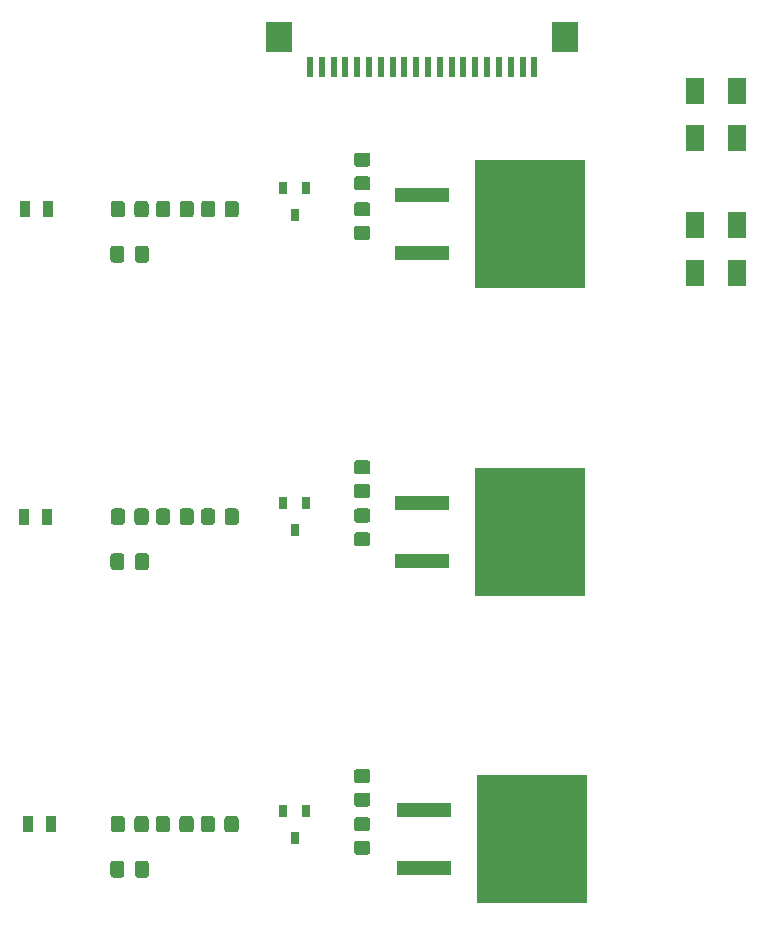
<source format=gbr>
%TF.GenerationSoftware,KiCad,Pcbnew,(5.1.9)-1*%
%TF.CreationDate,2021-01-06T12:08:29+00:00*%
%TF.ProjectId,switcherv0,73776974-6368-4657-9276-302e6b696361,rev?*%
%TF.SameCoordinates,Original*%
%TF.FileFunction,Paste,Top*%
%TF.FilePolarity,Positive*%
%FSLAX46Y46*%
G04 Gerber Fmt 4.6, Leading zero omitted, Abs format (unit mm)*
G04 Created by KiCad (PCBNEW (5.1.9)-1) date 2021-01-06 12:08:29*
%MOMM*%
%LPD*%
G01*
G04 APERTURE LIST*
%ADD10R,2.200000X2.500000*%
%ADD11R,0.600000X1.800000*%
%ADD12R,0.900000X1.400000*%
%ADD13R,4.600000X1.200000*%
%ADD14R,9.400000X10.800000*%
%ADD15R,0.650000X1.100000*%
%ADD16R,1.600000X2.250000*%
G04 APERTURE END LIST*
D10*
%TO.C,J0*%
X93212500Y-93495000D03*
X117412500Y-93495000D03*
D11*
X95812500Y-96035000D03*
X96812500Y-96035000D03*
X97812500Y-96035000D03*
X98812500Y-96035000D03*
X99812500Y-96035000D03*
X100812500Y-96035000D03*
X101812500Y-96035000D03*
X102812500Y-96035000D03*
X103812500Y-96035000D03*
X104812500Y-96035000D03*
X105812500Y-96035000D03*
X106812500Y-96035000D03*
X107812500Y-96035000D03*
X108812500Y-96035000D03*
X109812500Y-96035000D03*
X110812500Y-96035000D03*
X111812500Y-96035000D03*
X112812500Y-96035000D03*
X113812500Y-96035000D03*
X114812500Y-96035000D03*
%TD*%
D12*
%TO.C,LED2*%
X73657500Y-108100000D03*
X71657500Y-108100000D03*
%TD*%
%TO.C,LED1*%
X73562500Y-134135000D03*
X71562500Y-134135000D03*
%TD*%
%TO.C,LED0*%
X73927500Y-160170000D03*
X71927500Y-160170000D03*
%TD*%
D13*
%TO.C,Q2*%
X105312500Y-111835000D03*
D14*
X114462500Y-109370000D03*
D13*
X105312500Y-106905000D03*
%TD*%
%TO.C,Q1*%
X105312500Y-137870000D03*
D14*
X114462500Y-135405000D03*
D13*
X105312500Y-132940000D03*
%TD*%
%TO.C,Q0*%
X105439500Y-163905000D03*
D14*
X114589500Y-161440000D03*
D13*
X105439500Y-158975000D03*
%TD*%
%TO.C,R14*%
G36*
G01*
X100682501Y-104509000D02*
X99782499Y-104509000D01*
G75*
G02*
X99532500Y-104259001I0J249999D01*
G01*
X99532500Y-103558999D01*
G75*
G02*
X99782499Y-103309000I249999J0D01*
G01*
X100682501Y-103309000D01*
G75*
G02*
X100932500Y-103558999I0J-249999D01*
G01*
X100932500Y-104259001D01*
G75*
G02*
X100682501Y-104509000I-249999J0D01*
G01*
G37*
G36*
G01*
X100682501Y-106509000D02*
X99782499Y-106509000D01*
G75*
G02*
X99532500Y-106259001I0J249999D01*
G01*
X99532500Y-105558999D01*
G75*
G02*
X99782499Y-105309000I249999J0D01*
G01*
X100682501Y-105309000D01*
G75*
G02*
X100932500Y-105558999I0J-249999D01*
G01*
X100932500Y-106259001D01*
G75*
G02*
X100682501Y-106509000I-249999J0D01*
G01*
G37*
%TD*%
%TO.C,R13*%
G36*
G01*
X100682501Y-108716000D02*
X99782499Y-108716000D01*
G75*
G02*
X99532500Y-108466001I0J249999D01*
G01*
X99532500Y-107765999D01*
G75*
G02*
X99782499Y-107516000I249999J0D01*
G01*
X100682501Y-107516000D01*
G75*
G02*
X100932500Y-107765999I0J-249999D01*
G01*
X100932500Y-108466001D01*
G75*
G02*
X100682501Y-108716000I-249999J0D01*
G01*
G37*
G36*
G01*
X100682501Y-110716000D02*
X99782499Y-110716000D01*
G75*
G02*
X99532500Y-110466001I0J249999D01*
G01*
X99532500Y-109765999D01*
G75*
G02*
X99782499Y-109516000I249999J0D01*
G01*
X100682501Y-109516000D01*
G75*
G02*
X100932500Y-109765999I0J-249999D01*
G01*
X100932500Y-110466001D01*
G75*
G02*
X100682501Y-110716000I-249999J0D01*
G01*
G37*
%TD*%
%TO.C,R12*%
G36*
G01*
X100682501Y-130560000D02*
X99782499Y-130560000D01*
G75*
G02*
X99532500Y-130310001I0J249999D01*
G01*
X99532500Y-129609999D01*
G75*
G02*
X99782499Y-129360000I249999J0D01*
G01*
X100682501Y-129360000D01*
G75*
G02*
X100932500Y-129609999I0J-249999D01*
G01*
X100932500Y-130310001D01*
G75*
G02*
X100682501Y-130560000I-249999J0D01*
G01*
G37*
G36*
G01*
X100682501Y-132560000D02*
X99782499Y-132560000D01*
G75*
G02*
X99532500Y-132310001I0J249999D01*
G01*
X99532500Y-131609999D01*
G75*
G02*
X99782499Y-131360000I249999J0D01*
G01*
X100682501Y-131360000D01*
G75*
G02*
X100932500Y-131609999I0J-249999D01*
G01*
X100932500Y-132310001D01*
G75*
G02*
X100682501Y-132560000I-249999J0D01*
G01*
G37*
%TD*%
%TO.C,R11*%
G36*
G01*
X100682501Y-134640000D02*
X99782499Y-134640000D01*
G75*
G02*
X99532500Y-134390001I0J249999D01*
G01*
X99532500Y-133689999D01*
G75*
G02*
X99782499Y-133440000I249999J0D01*
G01*
X100682501Y-133440000D01*
G75*
G02*
X100932500Y-133689999I0J-249999D01*
G01*
X100932500Y-134390001D01*
G75*
G02*
X100682501Y-134640000I-249999J0D01*
G01*
G37*
G36*
G01*
X100682501Y-136640000D02*
X99782499Y-136640000D01*
G75*
G02*
X99532500Y-136390001I0J249999D01*
G01*
X99532500Y-135689999D01*
G75*
G02*
X99782499Y-135440000I249999J0D01*
G01*
X100682501Y-135440000D01*
G75*
G02*
X100932500Y-135689999I0J-249999D01*
G01*
X100932500Y-136390001D01*
G75*
G02*
X100682501Y-136640000I-249999J0D01*
G01*
G37*
%TD*%
%TO.C,R10*%
G36*
G01*
X100682501Y-156698500D02*
X99782499Y-156698500D01*
G75*
G02*
X99532500Y-156448501I0J249999D01*
G01*
X99532500Y-155748499D01*
G75*
G02*
X99782499Y-155498500I249999J0D01*
G01*
X100682501Y-155498500D01*
G75*
G02*
X100932500Y-155748499I0J-249999D01*
G01*
X100932500Y-156448501D01*
G75*
G02*
X100682501Y-156698500I-249999J0D01*
G01*
G37*
G36*
G01*
X100682501Y-158698500D02*
X99782499Y-158698500D01*
G75*
G02*
X99532500Y-158448501I0J249999D01*
G01*
X99532500Y-157748499D01*
G75*
G02*
X99782499Y-157498500I249999J0D01*
G01*
X100682501Y-157498500D01*
G75*
G02*
X100932500Y-157748499I0J-249999D01*
G01*
X100932500Y-158448501D01*
G75*
G02*
X100682501Y-158698500I-249999J0D01*
G01*
G37*
%TD*%
%TO.C,R9*%
G36*
G01*
X100682501Y-160770000D02*
X99782499Y-160770000D01*
G75*
G02*
X99532500Y-160520001I0J249999D01*
G01*
X99532500Y-159819999D01*
G75*
G02*
X99782499Y-159570000I249999J0D01*
G01*
X100682501Y-159570000D01*
G75*
G02*
X100932500Y-159819999I0J-249999D01*
G01*
X100932500Y-160520001D01*
G75*
G02*
X100682501Y-160770000I-249999J0D01*
G01*
G37*
G36*
G01*
X100682501Y-162770000D02*
X99782499Y-162770000D01*
G75*
G02*
X99532500Y-162520001I0J249999D01*
G01*
X99532500Y-161819999D01*
G75*
G02*
X99782499Y-161570000I249999J0D01*
G01*
X100682501Y-161570000D01*
G75*
G02*
X100932500Y-161819999I0J-249999D01*
G01*
X100932500Y-162520001D01*
G75*
G02*
X100682501Y-162770000I-249999J0D01*
G01*
G37*
%TD*%
%TO.C,R8*%
G36*
G01*
X83973500Y-107649999D02*
X83973500Y-108550001D01*
G75*
G02*
X83723501Y-108800000I-249999J0D01*
G01*
X83023499Y-108800000D01*
G75*
G02*
X82773500Y-108550001I0J249999D01*
G01*
X82773500Y-107649999D01*
G75*
G02*
X83023499Y-107400000I249999J0D01*
G01*
X83723501Y-107400000D01*
G75*
G02*
X83973500Y-107649999I0J-249999D01*
G01*
G37*
G36*
G01*
X85973500Y-107649999D02*
X85973500Y-108550001D01*
G75*
G02*
X85723501Y-108800000I-249999J0D01*
G01*
X85023499Y-108800000D01*
G75*
G02*
X84773500Y-108550001I0J249999D01*
G01*
X84773500Y-107649999D01*
G75*
G02*
X85023499Y-107400000I249999J0D01*
G01*
X85723501Y-107400000D01*
G75*
G02*
X85973500Y-107649999I0J-249999D01*
G01*
G37*
%TD*%
%TO.C,R7*%
G36*
G01*
X87783500Y-107649999D02*
X87783500Y-108550001D01*
G75*
G02*
X87533501Y-108800000I-249999J0D01*
G01*
X86833499Y-108800000D01*
G75*
G02*
X86583500Y-108550001I0J249999D01*
G01*
X86583500Y-107649999D01*
G75*
G02*
X86833499Y-107400000I249999J0D01*
G01*
X87533501Y-107400000D01*
G75*
G02*
X87783500Y-107649999I0J-249999D01*
G01*
G37*
G36*
G01*
X89783500Y-107649999D02*
X89783500Y-108550001D01*
G75*
G02*
X89533501Y-108800000I-249999J0D01*
G01*
X88833499Y-108800000D01*
G75*
G02*
X88583500Y-108550001I0J249999D01*
G01*
X88583500Y-107649999D01*
G75*
G02*
X88833499Y-107400000I249999J0D01*
G01*
X89533501Y-107400000D01*
G75*
G02*
X89783500Y-107649999I0J-249999D01*
G01*
G37*
%TD*%
%TO.C,R6*%
G36*
G01*
X83973500Y-133684999D02*
X83973500Y-134585001D01*
G75*
G02*
X83723501Y-134835000I-249999J0D01*
G01*
X83023499Y-134835000D01*
G75*
G02*
X82773500Y-134585001I0J249999D01*
G01*
X82773500Y-133684999D01*
G75*
G02*
X83023499Y-133435000I249999J0D01*
G01*
X83723501Y-133435000D01*
G75*
G02*
X83973500Y-133684999I0J-249999D01*
G01*
G37*
G36*
G01*
X85973500Y-133684999D02*
X85973500Y-134585001D01*
G75*
G02*
X85723501Y-134835000I-249999J0D01*
G01*
X85023499Y-134835000D01*
G75*
G02*
X84773500Y-134585001I0J249999D01*
G01*
X84773500Y-133684999D01*
G75*
G02*
X85023499Y-133435000I249999J0D01*
G01*
X85723501Y-133435000D01*
G75*
G02*
X85973500Y-133684999I0J-249999D01*
G01*
G37*
%TD*%
%TO.C,R5*%
G36*
G01*
X87783500Y-133684999D02*
X87783500Y-134585001D01*
G75*
G02*
X87533501Y-134835000I-249999J0D01*
G01*
X86833499Y-134835000D01*
G75*
G02*
X86583500Y-134585001I0J249999D01*
G01*
X86583500Y-133684999D01*
G75*
G02*
X86833499Y-133435000I249999J0D01*
G01*
X87533501Y-133435000D01*
G75*
G02*
X87783500Y-133684999I0J-249999D01*
G01*
G37*
G36*
G01*
X89783500Y-133684999D02*
X89783500Y-134585001D01*
G75*
G02*
X89533501Y-134835000I-249999J0D01*
G01*
X88833499Y-134835000D01*
G75*
G02*
X88583500Y-134585001I0J249999D01*
G01*
X88583500Y-133684999D01*
G75*
G02*
X88833499Y-133435000I249999J0D01*
G01*
X89533501Y-133435000D01*
G75*
G02*
X89783500Y-133684999I0J-249999D01*
G01*
G37*
%TD*%
%TO.C,R4*%
G36*
G01*
X83957500Y-159719999D02*
X83957500Y-160620001D01*
G75*
G02*
X83707501Y-160870000I-249999J0D01*
G01*
X83007499Y-160870000D01*
G75*
G02*
X82757500Y-160620001I0J249999D01*
G01*
X82757500Y-159719999D01*
G75*
G02*
X83007499Y-159470000I249999J0D01*
G01*
X83707501Y-159470000D01*
G75*
G02*
X83957500Y-159719999I0J-249999D01*
G01*
G37*
G36*
G01*
X85957500Y-159719999D02*
X85957500Y-160620001D01*
G75*
G02*
X85707501Y-160870000I-249999J0D01*
G01*
X85007499Y-160870000D01*
G75*
G02*
X84757500Y-160620001I0J249999D01*
G01*
X84757500Y-159719999D01*
G75*
G02*
X85007499Y-159470000I249999J0D01*
G01*
X85707501Y-159470000D01*
G75*
G02*
X85957500Y-159719999I0J-249999D01*
G01*
G37*
%TD*%
%TO.C,R3*%
G36*
G01*
X87767500Y-159719999D02*
X87767500Y-160620001D01*
G75*
G02*
X87517501Y-160870000I-249999J0D01*
G01*
X86817499Y-160870000D01*
G75*
G02*
X86567500Y-160620001I0J249999D01*
G01*
X86567500Y-159719999D01*
G75*
G02*
X86817499Y-159470000I249999J0D01*
G01*
X87517501Y-159470000D01*
G75*
G02*
X87767500Y-159719999I0J-249999D01*
G01*
G37*
G36*
G01*
X89767500Y-159719999D02*
X89767500Y-160620001D01*
G75*
G02*
X89517501Y-160870000I-249999J0D01*
G01*
X88817499Y-160870000D01*
G75*
G02*
X88567500Y-160620001I0J249999D01*
G01*
X88567500Y-159719999D01*
G75*
G02*
X88817499Y-159470000I249999J0D01*
G01*
X89517501Y-159470000D01*
G75*
G02*
X89767500Y-159719999I0J-249999D01*
G01*
G37*
%TD*%
%TO.C,R2*%
G36*
G01*
X80147500Y-107649999D02*
X80147500Y-108550001D01*
G75*
G02*
X79897501Y-108800000I-249999J0D01*
G01*
X79197499Y-108800000D01*
G75*
G02*
X78947500Y-108550001I0J249999D01*
G01*
X78947500Y-107649999D01*
G75*
G02*
X79197499Y-107400000I249999J0D01*
G01*
X79897501Y-107400000D01*
G75*
G02*
X80147500Y-107649999I0J-249999D01*
G01*
G37*
G36*
G01*
X82147500Y-107649999D02*
X82147500Y-108550001D01*
G75*
G02*
X81897501Y-108800000I-249999J0D01*
G01*
X81197499Y-108800000D01*
G75*
G02*
X80947500Y-108550001I0J249999D01*
G01*
X80947500Y-107649999D01*
G75*
G02*
X81197499Y-107400000I249999J0D01*
G01*
X81897501Y-107400000D01*
G75*
G02*
X82147500Y-107649999I0J-249999D01*
G01*
G37*
%TD*%
%TO.C,R1*%
G36*
G01*
X80147500Y-133684999D02*
X80147500Y-134585001D01*
G75*
G02*
X79897501Y-134835000I-249999J0D01*
G01*
X79197499Y-134835000D01*
G75*
G02*
X78947500Y-134585001I0J249999D01*
G01*
X78947500Y-133684999D01*
G75*
G02*
X79197499Y-133435000I249999J0D01*
G01*
X79897501Y-133435000D01*
G75*
G02*
X80147500Y-133684999I0J-249999D01*
G01*
G37*
G36*
G01*
X82147500Y-133684999D02*
X82147500Y-134585001D01*
G75*
G02*
X81897501Y-134835000I-249999J0D01*
G01*
X81197499Y-134835000D01*
G75*
G02*
X80947500Y-134585001I0J249999D01*
G01*
X80947500Y-133684999D01*
G75*
G02*
X81197499Y-133435000I249999J0D01*
G01*
X81897501Y-133435000D01*
G75*
G02*
X82147500Y-133684999I0J-249999D01*
G01*
G37*
%TD*%
%TO.C,R0*%
G36*
G01*
X80147500Y-159719999D02*
X80147500Y-160620001D01*
G75*
G02*
X79897501Y-160870000I-249999J0D01*
G01*
X79197499Y-160870000D01*
G75*
G02*
X78947500Y-160620001I0J249999D01*
G01*
X78947500Y-159719999D01*
G75*
G02*
X79197499Y-159470000I249999J0D01*
G01*
X79897501Y-159470000D01*
G75*
G02*
X80147500Y-159719999I0J-249999D01*
G01*
G37*
G36*
G01*
X82147500Y-159719999D02*
X82147500Y-160620001D01*
G75*
G02*
X81897501Y-160870000I-249999J0D01*
G01*
X81197499Y-160870000D01*
G75*
G02*
X80947500Y-160620001I0J249999D01*
G01*
X80947500Y-159719999D01*
G75*
G02*
X81197499Y-159470000I249999J0D01*
G01*
X81897501Y-159470000D01*
G75*
G02*
X82147500Y-159719999I0J-249999D01*
G01*
G37*
%TD*%
D15*
%TO.C,Q5*%
X94517500Y-108615000D03*
X93567500Y-106315000D03*
X95467500Y-106315000D03*
%TD*%
%TO.C,Q4*%
X94517500Y-135285000D03*
X93567500Y-132985000D03*
X95467500Y-132985000D03*
%TD*%
%TO.C,Q3*%
X94517500Y-161320000D03*
X93567500Y-159020000D03*
X95467500Y-159020000D03*
%TD*%
%TO.C,C2*%
G36*
G01*
X80997500Y-112385000D02*
X80997500Y-111435000D01*
G75*
G02*
X81247500Y-111185000I250000J0D01*
G01*
X81922500Y-111185000D01*
G75*
G02*
X82172500Y-111435000I0J-250000D01*
G01*
X82172500Y-112385000D01*
G75*
G02*
X81922500Y-112635000I-250000J0D01*
G01*
X81247500Y-112635000D01*
G75*
G02*
X80997500Y-112385000I0J250000D01*
G01*
G37*
G36*
G01*
X78922500Y-112385000D02*
X78922500Y-111435000D01*
G75*
G02*
X79172500Y-111185000I250000J0D01*
G01*
X79847500Y-111185000D01*
G75*
G02*
X80097500Y-111435000I0J-250000D01*
G01*
X80097500Y-112385000D01*
G75*
G02*
X79847500Y-112635000I-250000J0D01*
G01*
X79172500Y-112635000D01*
G75*
G02*
X78922500Y-112385000I0J250000D01*
G01*
G37*
%TD*%
%TO.C,C1*%
G36*
G01*
X78922500Y-138420000D02*
X78922500Y-137470000D01*
G75*
G02*
X79172500Y-137220000I250000J0D01*
G01*
X79847500Y-137220000D01*
G75*
G02*
X80097500Y-137470000I0J-250000D01*
G01*
X80097500Y-138420000D01*
G75*
G02*
X79847500Y-138670000I-250000J0D01*
G01*
X79172500Y-138670000D01*
G75*
G02*
X78922500Y-138420000I0J250000D01*
G01*
G37*
G36*
G01*
X80997500Y-138420000D02*
X80997500Y-137470000D01*
G75*
G02*
X81247500Y-137220000I250000J0D01*
G01*
X81922500Y-137220000D01*
G75*
G02*
X82172500Y-137470000I0J-250000D01*
G01*
X82172500Y-138420000D01*
G75*
G02*
X81922500Y-138670000I-250000J0D01*
G01*
X81247500Y-138670000D01*
G75*
G02*
X80997500Y-138420000I0J250000D01*
G01*
G37*
%TD*%
%TO.C,C0*%
G36*
G01*
X80997500Y-164455000D02*
X80997500Y-163505000D01*
G75*
G02*
X81247500Y-163255000I250000J0D01*
G01*
X81922500Y-163255000D01*
G75*
G02*
X82172500Y-163505000I0J-250000D01*
G01*
X82172500Y-164455000D01*
G75*
G02*
X81922500Y-164705000I-250000J0D01*
G01*
X81247500Y-164705000D01*
G75*
G02*
X80997500Y-164455000I0J250000D01*
G01*
G37*
G36*
G01*
X78922500Y-164455000D02*
X78922500Y-163505000D01*
G75*
G02*
X79172500Y-163255000I250000J0D01*
G01*
X79847500Y-163255000D01*
G75*
G02*
X80097500Y-163505000I0J-250000D01*
G01*
X80097500Y-164455000D01*
G75*
G02*
X79847500Y-164705000I-250000J0D01*
G01*
X79172500Y-164705000D01*
G75*
G02*
X78922500Y-164455000I0J250000D01*
G01*
G37*
%TD*%
D16*
%TO.C,Z4*%
X131982500Y-109474000D03*
X131982500Y-113474000D03*
%TD*%
%TO.C,Z3*%
X128426500Y-109474000D03*
X128426500Y-113474000D03*
%TD*%
%TO.C,Z2*%
X131982500Y-98099000D03*
X131982500Y-102099000D03*
%TD*%
%TO.C,Z1*%
X128426500Y-98099000D03*
X128426500Y-102099000D03*
%TD*%
M02*

</source>
